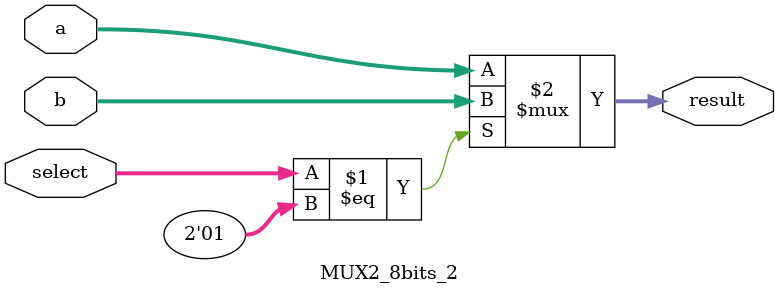
<source format=v>
module MUX2_8bits_2(
            input[7:0] a, 
            input[7:0] b,       //0 1
            input [1:0] select,
            output[7:0] result);   // output 

assign result = select == 1 ? b[7:0] : a[7:0];


endmodule
</source>
